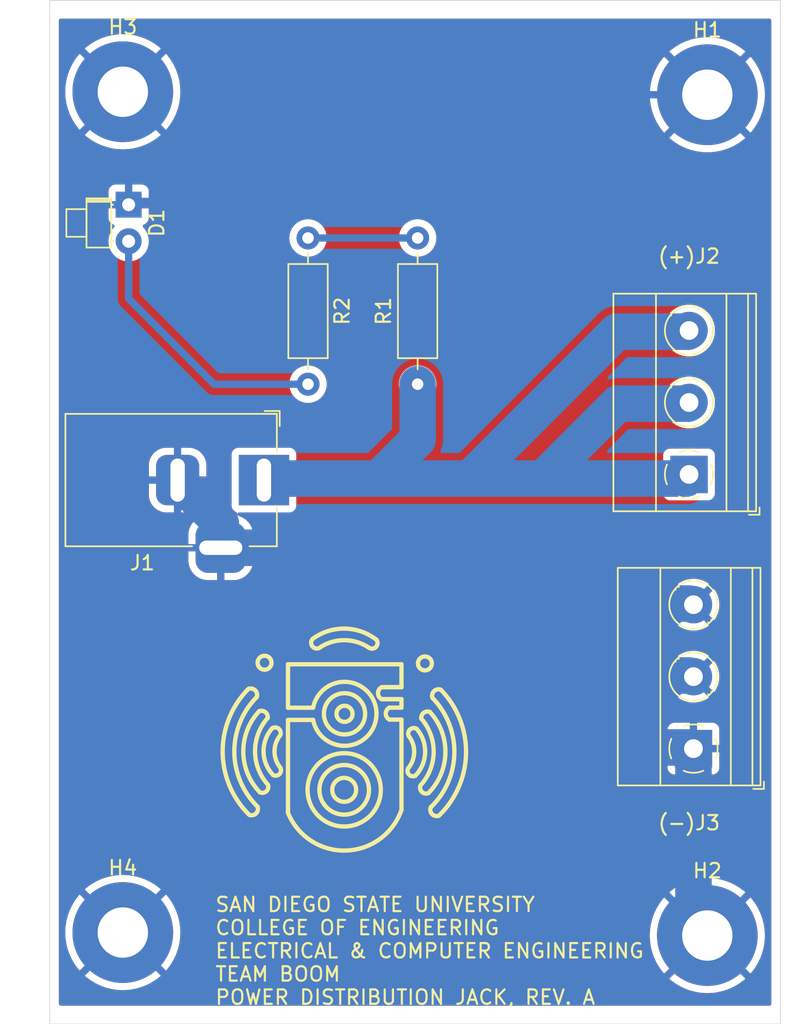
<source format=kicad_pcb>
(kicad_pcb (version 20240108) (generator "pcbnew") (generator_version "8.0")
  (layers (0 "F.Cu" signal) (31 "B.Cu" signal) (34 "B.Paste" user) (35 "F.Paste" user) (36 "B.SilkS" user "B.Silkscreen") (37 "F.SilkS" user "F.Silkscreen") (38 "B.Mask" user) (39 "F.Mask" user) (44 "Edge.Cuts" user))
  (net 0 "")
  (net 1 "Net-(R1-Pad2)")
  (net 2 "18V")
  (net 3 "Net-(D1-A)")
  (net 4 "GND")
  (footprint "MountingHole:MountingHole_3.5mm_Pad" (layer "F.Cu") (at 124.46 130.81)
    (property "Reference" "H4" (at 0 -4.5 0) (layer "F.SilkS"))
    (property "Value" "MountingHole_Pad")
    (pad "1" thru_hole circle (at 0 0) (size 7 7) (drill 3.5) (layers "*.Cu" "*.Mask") (net 4 "GND"))
  )
  (footprint "LED_THT:LED_D1.8mm_W1.8mm_H2.4mm_Horizontal_O1.27mm_Z1.6mm" (layer "F.Cu") (at 124.865 80.237 -90)
    (property "Reference" "D1" (at 1.27 -1.96 90) (layer "F.SilkS"))
    (property "Value" "LED (PWR Indicator)")
    (fp_line (start 0.31 4.33) (end 2.23 4.33) (stroke (width 0.12)) (layer "F.SilkS"))
    (fp_line (start 2.23 4.33) (end 2.23 2.93) (stroke (width 0.12)) (layer "F.SilkS"))
    (fp_line (start -0.44 2.93) (end 2.98 2.93) (stroke (width 0.12)) (layer "F.SilkS"))
    (fp_line (start 0.31 2.93) (end 0.31 4.33) (stroke (width 0.12)) (layer "F.SilkS"))
    (fp_line (start 2.23 2.93) (end 0.31 2.93) (stroke (width 0.12)) (layer "F.SilkS"))
    (fp_line (start 2.98 2.93) (end 2.98 1.21) (stroke (width 0.12)) (layer "F.SilkS"))
    (fp_line (start -0.44 1.21) (end -0.44 2.93) (stroke (width 0.12)) (layer "F.SilkS"))
    (fp_line (start -0.32 1.21) (end -0.32 2.93) (stroke (width 0.12)) (layer "F.SilkS"))
    (fp_line (start -0.2 1.21) (end -0.2 2.93) (stroke (width 0.12)) (layer "F.SilkS"))
    (fp_line (start 0 1.21) (end 0 1.21) (stroke (width 0.12)) (layer "F.SilkS"))
    (fp_line (start 0 1.21) (end 0 1.08) (stroke (width 0.12)) (layer "F.SilkS"))
    (fp_line (start 2.54 1.21) (end 2.54 1.21) (stroke (width 0.12)) (layer "F.SilkS"))
    (fp_line (start 2.54 1.21) (end 2.54 1.08) (stroke (width 0.12)) (layer "F.SilkS"))
    (fp_line (start 2.98 1.21) (end -0.44 1.21) (stroke (width 0.12)) (layer "F.SilkS"))
    (fp_line (start 0 1.08) (end 0 1.21) (stroke (width 0.12)) (layer "F.SilkS"))
    (fp_line (start 0 1.08) (end 0 1.08) (stroke (width 0.12)) (layer "F.SilkS"))
    (fp_line (start 2.54 1.08) (end 2.54 1.21) (stroke (width 0.12)) (layer "F.SilkS"))
    (fp_line (start 2.54 1.08) (end 2.54 1.08) (stroke (width 0.12)) (layer "F.SilkS"))
    (pad "1" thru_hole rect (at 0 0 270) (size 1.8 1.8) (drill 0.9) (layers "*.Cu" "*.Mask") (net 4 "GND"))
    (pad "2" thru_hole circle (at 2.54 0 270) (size 1.8 1.8) (drill 0.9) (layers "*.Cu" "*.Mask") (net 3 "Net-(D1-A)"))
  )
  (footprint "Connector_BarrelJack:BarrelJack_Horizontal" (layer "F.Cu") (at 134.27 99.3725)
    (property "Reference" "J1" (at -8.45 5.75 0) (layer "F.SilkS"))
    (property "Value" "Barrel_Jack_Switch_MountingPin")
    (fp_line (start -13.8 -4.6) (end 0.9 -4.6) (stroke (width 0.12)) (layer "F.SilkS"))
    (fp_line (start -13.8 4.6) (end -13.8 -4.6) (stroke (width 0.12)) (layer "F.SilkS"))
    (fp_line (start -5 4.6) (end -13.8 4.6) (stroke (width 0.12)) (layer "F.SilkS"))
    (fp_line (start 0.05 -4.8) (end 1.1 -4.8) (stroke (width 0.12)) (layer "F.SilkS"))
    (fp_line (start 0.9 -4.6) (end 0.9 -2) (stroke (width 0.12)) (layer "F.SilkS"))
    (fp_line (start 0.9 1.9) (end 0.9 4.6) (stroke (width 0.12)) (layer "F.SilkS"))
    (fp_line (start 0.9 4.6) (end -1 4.6) (stroke (width 0.12)) (layer "F.SilkS"))
    (fp_line (start 1.1 -3.75) (end 1.1 -4.8) (stroke (width 0.12)) (layer "F.SilkS"))
    (pad "1" thru_hole rect (at 0 0) (size 3.5 3.5) (drill oval 1 3) (layers "*.Cu" "*.Mask") (net 2 "18V"))
    (pad "2" thru_hole roundrect (at -6 0) (size 3 3.5) (drill oval 1 3) (layers "*.Cu" "*.Mask") (net 4 "GND"))
    (pad "3" thru_hole roundrect (at -3 4.7) (size 3.5 3.5) (drill oval 3 1) (layers "*.Cu" "*.Mask") (net 4 "GND"))
  )
  (footprint "Resistor_THT:R_Axial_DIN0207_L6.3mm_D2.5mm_P10.16mm_Horizontal" (layer "F.Cu") (at 144.958 92.71 90)
    (property "Reference" "R1" (at 5.08 -2.37 90) (layer "F.SilkS"))
    (property "Value" "500")
    (fp_line (start 8.35 -1.37) (end 1.81 -1.37) (stroke (width 0.12)) (layer "F.SilkS"))
    (fp_line (start 1.81 -1.37) (end 1.81 1.37) (stroke (width 0.12)) (layer "F.SilkS"))
    (fp_line (start 9.12 0) (end 8.35 0) (stroke (width 0.12)) (layer "F.SilkS"))
    (fp_line (start 1.04 0) (end 1.81 0) (stroke (width 0.12)) (layer "F.SilkS"))
    (fp_line (start 8.35 1.37) (end 8.35 -1.37) (stroke (width 0.12)) (layer "F.SilkS"))
    (fp_line (start 1.81 1.37) (end 8.35 1.37) (stroke (width 0.12)) (layer "F.SilkS"))
    (pad "1" thru_hole circle (at 0 0 90) (size 1.6 1.6) (drill 0.8) (layers "*.Cu" "*.Mask") (net 2 "18V"))
    (pad "2" thru_hole oval (at 10.16 0 90) (size 1.6 1.6) (drill 0.8) (layers "*.Cu" "*.Mask") (net 1 "Net-(R1-Pad2)"))
  )
  (footprint "TerminalBlock_Phoenix:TerminalBlock_Phoenix_MKDS-1,5-3_1x03_P5.00mm_Horizontal" (layer "F.Cu") (at 164.135 118.03 90)
    (property "Reference" "(-)J3" (at -5.16 -0.305 0) (layer "F.SilkS"))
    (property "Value" "Screw_Terminal_01x03")
    (fp_line (start 12.56 -5.261) (end 12.56 4.66) (stroke (width 0.12)) (layer "F.SilkS"))
    (fp_line (start -2.56 -5.261) (end 12.56 -5.261) (stroke (width 0.12)) (layer "F.SilkS"))
    (fp_line (start -2.56 -5.261) (end -2.56 4.66) (stroke (width 0.12)) (layer "F.SilkS"))
    (fp_line (start -2.56 -2.301) (end 12.56 -2.301) (stroke (width 0.12)) (layer "F.SilkS"))
    (fp_line (start 11.07 -1.275) (end 11.035 -1.239) (stroke (width 0.12)) (layer "F.SilkS"))
    (fp_line (start 6.07 -1.275) (end 6.035 -1.239) (stroke (width 0.12)) (layer "F.SilkS"))
    (fp_line (start 11.275 -1.069) (end 11.228 -1.023) (stroke (width 0.12)) (layer "F.SilkS"))
    (fp_line (start 6.275 -1.069) (end 6.228 -1.023) (stroke (width 0.12)) (layer "F.SilkS"))
    (fp_line (start 8.773 1.023) (end 8.726 1.069) (stroke (width 0.12)) (layer "F.SilkS"))
    (fp_line (start 3.773 1.023) (end 3.726 1.069) (stroke (width 0.12)) (layer "F.SilkS"))
    (fp_line (start 8.966 1.239) (end 8.931 1.274) (stroke (width 0.12)) (layer "F.SilkS"))
    (fp_line (start 3.966 1.239) (end 3.931 1.274) (stroke (width 0.12)) (layer "F.SilkS"))
    (fp_line (start -2.56 2.6) (end 12.56 2.6) (stroke (width 0.12)) (layer "F.SilkS"))
    (fp_line (start -2.56 4.1) (end 12.56 4.1) (stroke (width 0.12)) (layer "F.SilkS"))
    (fp_line (start -2.8 4.16) (end -2.8 4.9) (stroke (width 0.12)) (layer "F.SilkS"))
    (fp_line (start -2.56 4.66) (end 12.56 4.66) (stroke (width 0.12)) (layer "F.SilkS"))
    (fp_line (start -2.8 4.9) (end -2.3 4.9) (stroke (width 0.12)) (layer "F.SilkS"))
    (fp_arc (start -0.683042 -1.535427) (mid 0.000524 -1.680501) (end 0.684 -1.535) (stroke (width 0.12)) (layer "F.SilkS"))
    (fp_arc (start 1.535427 -0.683042) (mid 1.680501 0.000524) (end 1.535 0.684) (stroke (width 0.12)) (layer "F.SilkS"))
    (fp_arc (start -1.535427 0.683042) (mid -1.680501 -0.000524) (end -1.535 -0.684) (stroke (width 0.12)) (layer "F.SilkS"))
    (fp_arc (start 0.683318 1.534756) (mid 0.349292 1.643288) (end 0 1.68) (stroke (width 0.12)) (layer "F.SilkS"))
    (fp_arc (start 0.028805 1.680253) (mid -0.335551 1.646659) (end -0.684 1.535) (stroke (width 0.12)) (layer "F.SilkS"))
    (fp_circle (center 10 0) (end 11.68 0) (stroke (width 0.12)) (fill none) (layer "F.SilkS"))
    (fp_circle (center 5 0) (end 6.68 0) (stroke (width 0.12)) (fill none) (layer "F.SilkS"))
    (pad "1" thru_hole rect (at 0 0 90) (size 2.6 2.6) (drill 1.3) (layers "*.Cu" "*.Mask") (net 4 "GND"))
    (pad "2" thru_hole circle (at 5 0 90) (size 2.6 2.6) (drill 1.3) (layers "*.Cu" "*.Mask") (net 4 "GND"))
    (pad "3" thru_hole circle (at 10 0 90) (size 2.6 2.6) (drill 1.3) (layers "*.Cu" "*.Mask") (net 4 "GND"))
  )
  (footprint "MountingHole:MountingHole_3.5mm_Pad" (layer "F.Cu") (at 165.1 131.017)
    (property "Reference" "H2" (at 0 -4.5 0) (layer "F.SilkS"))
    (property "Value" "MountingHole_Pad")
    (pad "1" thru_hole circle (at 0 0) (size 7 7) (drill 3.5) (layers "*.Cu" "*.Mask") (net 4 "GND"))
  )
  (footprint "MountingHole:MountingHole_3.5mm_Pad" (layer "F.Cu") (at 165.1 72.597)
    (property "Reference" "H1" (at 0 -4.5 0) (layer "F.SilkS"))
    (property "Value" "MountingHole_Pad")
    (pad "1" thru_hole circle (at 0 0) (size 7 7) (drill 3.5) (layers "*.Cu" "*.Mask") (net 4 "GND"))
  )
  (footprint "MountingHole:MountingHole_3.5mm_Pad" (layer "F.Cu") (at 124.46 72.39)
    (property "Reference" "H3" (at 0 -4.5 0) (layer "F.SilkS"))
    (property "Value" "MountingHole_Pad")
    (pad "1" thru_hole circle (at 0 0) (size 7 7) (drill 3.5) (layers "*.Cu" "*.Mask") (net 4 "GND"))
  )
  (footprint "TerminalBlock_Phoenix:TerminalBlock_Phoenix_MKDS-1,5-3_1x03_P5.00mm_Horizontal" (layer "F.Cu") (at 163.83 98.98 90)
    (property "Reference" "(+)J2" (at 15.16 0 0) (layer "F.SilkS"))
    (property "Value" "Screw_Terminal_01x03")
    (fp_line (start 12.56 -5.261) (end 12.56 4.66) (stroke (width 0.12)) (layer "F.SilkS"))
    (fp_line (start -2.56 -5.261) (end 12.56 -5.261) (stroke (width 0.12)) (layer "F.SilkS"))
    (fp_line (start -2.56 -5.261) (end -2.56 4.66) (stroke (width 0.12)) (layer "F.SilkS"))
    (fp_line (start -2.56 -2.301) (end 12.56 -2.301) (stroke (width 0.12)) (layer "F.SilkS"))
    (fp_line (start 11.07 -1.275) (end 11.035 -1.239) (stroke (width 0.12)) (layer "F.SilkS"))
    (fp_line (start 6.07 -1.275) (end 6.035 -1.239) (stroke (width 0.12)) (layer "F.SilkS"))
    (fp_line (start 11.275 -1.069) (end 11.228 -1.023) (stroke (width 0.12)) (layer "F.SilkS"))
    (fp_line (start 6.275 -1.069) (end 6.228 -1.023) (stroke (width 0.12)) (layer "F.SilkS"))
    (fp_line (start 8.773 1.023) (end 8.726 1.069) (stroke (width 0.12)) (layer "F.SilkS"))
    (fp_line (start 3.773 1.023) (end 3.726 1.069) (stroke (width 0.12)) (layer "F.SilkS"))
    (fp_line (start 8.966 1.239) (end 8.931 1.274) (stroke (width 0.12)) (layer "F.SilkS"))
    (fp_line (start 3.966 1.239) (end 3.931 1.274) (stroke (width 0.12)) (layer "F.SilkS"))
    (fp_line (start -2.56 2.6) (end 12.56 2.6) (stroke (width 0.12)) (layer "F.SilkS"))
    (fp_line (start -2.56 4.1) (end 12.56 4.1) (stroke (width 0.12)) (layer "F.SilkS"))
    (fp_line (start -2.8 4.16) (end -2.8 4.9) (stroke (width 0.12)) (layer "F.SilkS"))
    (fp_line (start -2.56 4.66) (end 12.56 4.66) (stroke (width 0.12)) (layer "F.SilkS"))
    (fp_line (start -2.8 4.9) (end -2.3 4.9) (stroke (width 0.12)) (layer "F.SilkS"))
    (fp_arc (start -0.683042 -1.535427) (mid 0.000524 -1.680501) (end 0.684 -1.535) (stroke (width 0.12)) (layer "F.SilkS"))
    (fp_arc (start 1.535427 -0.683042) (mid 1.680501 0.000524) (end 1.535 0.684) (stroke (width 0.12)) (layer "F.SilkS"))
    (fp_arc (start -1.535427 0.683042) (mid -1.680501 -0.000524) (end -1.535 -0.684) (stroke (width 0.12)) (layer "F.SilkS"))
    (fp_arc (start 0.683318 1.534756) (mid 0.349292 1.643288) (end 0 1.68) (stroke (width 0.12)) (layer "F.SilkS"))
    (fp_arc (start 0.028805 1.680253) (mid -0.335551 1.646659) (end -0.684 1.535) (stroke (width 0.12)) (layer "F.SilkS"))
    (fp_circle (center 10 0) (end 11.68 0) (stroke (width 0.12)) (fill none) (layer "F.SilkS"))
    (fp_circle (center 5 0) (end 6.68 0) (stroke (width 0.12)) (fill none) (layer "F.SilkS"))
    (pad "1" thru_hole rect (at 0 0 90) (size 2.6 2.6) (drill 1.3) (layers "*.Cu" "*.Mask") (net 2 "18V"))
    (pad "2" thru_hole circle (at 5 0 90) (size 2.6 2.6) (drill 1.3) (layers "*.Cu" "*.Mask") (net 2 "18V"))
    (pad "3" thru_hole circle (at 10 0 90) (size 2.6 2.6) (drill 1.3) (layers "*.Cu" "*.Mask") (net 2 "18V"))
  )
  (footprint "Resistor_THT:R_Axial_DIN0207_L6.3mm_D2.5mm_P10.16mm_Horizontal" (layer "F.Cu") (at 137.338 82.55 -90)
    (property "Reference" "R2" (at 5.08 -2.37 90) (layer "F.SilkS"))
    (property "Value" "400")
    (fp_line (start 1.81 1.37) (end 8.35 1.37) (stroke (width 0.12)) (layer "F.SilkS"))
    (fp_line (start 8.35 1.37) (end 8.35 -1.37) (stroke (width 0.12)) (layer "F.SilkS"))
    (fp_line (start 1.04 0) (end 1.81 0) (stroke (width 0.12)) (layer "F.SilkS"))
    (fp_line (start 9.12 0) (end 8.35 0) (stroke (width 0.12)) (layer "F.SilkS"))
    (fp_line (start 1.81 -1.37) (end 1.81 1.37) (stroke (width 0.12)) (layer "F.SilkS"))
    (fp_line (start 8.35 -1.37) (end 1.81 -1.37) (stroke (width 0.12)) (layer "F.SilkS"))
    (pad "1" thru_hole circle (at 0 0 270) (size 1.6 1.6) (drill 0.8) (layers "*.Cu" "*.Mask") (net 1 "Net-(R1-Pad2)"))
    (pad "2" thru_hole oval (at 10.16 0 270) (size 1.6 1.6) (drill 0.8) (layers "*.Cu" "*.Mask") (net 3 "Net-(D1-A)"))
  )
  (gr_circle (center 139.874438 115.612466) (end 141.308326 115.612466) (stroke (width 0.3)) (fill none) (layer "F.SilkS"))
  (gr_circle (center 139.851396 120.894169) (end 142.398021 120.894169) (stroke (width 0.3)) (fill none) (layer "F.SilkS"))
  (gr_line (start 142.46378 113.762593) (end 143.834869 113.762593) (stroke (width 0.3)) (layer "F.SilkS"))
  (gr_circle (center 145.46446 112.111606) (end 145.948337 112.111606) (stroke (width 0.3)) (fill none) (layer "F.SilkS"))
  (gr_line (start 143.834869 113.762593) (end 142.46378 113.762593) (stroke (width 0.3)) (layer "F.SilkS"))
  (gr_line (start 142.46378 114.595541) (end 143.834869 114.595541) (stroke (width 0.3)) (layer "F.SilkS"))
  (gr_line (start 143.834869 116.016019) (end 143.834869 122.289573) (stroke (width 0.3)) (layer "F.SilkS"))
  (gr_arc (start 134.543529 120.531649) (mid 134.451048 120.987585) (end 133.992873 121.068393) (stroke (width 0.3)) (layer "F.SilkS"))
  (gr_arc (start 138.238993 110.95356) (mid 139.886982 110.496576) (end 141.524488 110.989805) (stroke (width 0.3)) (layer "F.SilkS"))
  (gr_arc (start 133.253457 122.633936) (mid 131.402387 118.269175) (end 133.195068 113.880109) (stroke (width 0.3)) (layer "F.SilkS"))
  (gr_line (start 135.94404 112.170587) (end 143.834869 112.170587) (stroke (width 0.3)) (layer "F.SilkS"))
  (gr_arc (start 134.848988 116.615047) (mid 135.312785 116.661003) (end 135.393165 117.120092) (stroke (width 0.3)) (layer "F.SilkS"))
  (gr_arc (start 145.809926 115.484533) (mid 146.888184 118.322408) (end 145.708175 121.119504) (stroke (width 0.3)) (layer "F.SilkS"))
  (gr_line (start 143.834869 112.170587) (end 143.834869 113.762593) (stroke (width 0.3)) (layer "F.SilkS"))
  (gr_line (start 143.834869 115.183071) (end 143.002646 115.183071) (stroke (width 0.3)) (layer "F.SilkS"))
  (gr_line (start 135.94404 115.188097) (end 135.94404 112.170587) (stroke (width 0.3)) (layer "F.SilkS"))
  (gr_arc (start 146.56867 113.938455) (mid 148.322988 118.342995) (end 146.433903 122.691439) (stroke (width 0.3)) (layer "F.SilkS"))
  (gr_arc (start 137.693515 115.188097) (mid 142.096269 115.612375) (end 137.693553 116.03703) (stroke (width 0.3)) (layer "F.SilkS"))
  (gr_arc (start 138.238993 110.95356) (mid 137.677059 110.957332) (end 137.673279 110.395389) (stroke (width 0.3)) (layer "F.SilkS"))
  (gr_arc (start 137.673279 110.395389) (mid 139.897474 109.692712) (end 142.097454 110.467879) (stroke (width 0.3)) (layer "F.SilkS"))
  (gr_circle (center 139.851396 120.894169) (end 141.574367 120.894169) (stroke (width 0.3)) (fill none) (layer "F.SilkS"))
  (gr_circle (center 139.851396 120.894169) (end 140.682197 120.894169) (stroke (width 0.3)) (fill none) (layer "F.SilkS"))
  (gr_line (start 143.002646 116.016019) (end 143.834869 116.016019) (stroke (width 0.3)) (layer "F.SilkS"))
  (gr_arc (start 135.405174 119.342256) (mid 135.357644 119.791391) (end 134.912702 119.868546) (stroke (width 0.3)) (layer "F.SilkS"))
  (gr_line (start 142.46378 114.595541) (end 143.834869 114.595541) (stroke (width 0.3)) (layer "F.SilkS"))
  (gr_arc (start 133.940293 115.432749) (mid 134.371179 115.496334) (end 134.532709 115.900867) (stroke (width 0.3)) (layer "F.SilkS"))
  (gr_arc (start 143.002646 116.016019) (mid 142.742255 115.599548) (end 143.002646 115.183071) (stroke (width 0.3)) (layer "F.SilkS"))
  (gr_arc (start 133.195068 113.880109) (mid 133.66546 113.982514) (end 133.770877 114.452243) (stroke (width 0.3)) (layer "F.SilkS"))
  (gr_arc (start 144.342386 117.159136) (mid 144.426788 116.700776) (end 144.89095 116.658858) (stroke (width 0.3)) (layer "F.SilkS"))
  (gr_arc (start 145.213448 115.947464) (mid 145.378458 115.544367) (end 145.809926 115.484533) (stroke (width 0.3)) (layer "F.SilkS"))
  (gr_arc (start 133.821583 122.054171) (mid 133.726307 122.529018) (end 133.253457 122.633936) (stroke (width 0.3)) (layer "F.SilkS"))
  (gr_arc (start 146.433903 122.691439) (mid 145.961963 122.582451) (end 145.870857 122.106739) (stroke (width 0.3)) (layer "F.SilkS"))
  (gr_arc (start 145.98789 114.505543) (mid 146.097389 114.036711) (end 146.56867 113.938455) (stroke (width 0.3)) (layer "F.SilkS"))
  (gr_line (start 135.94404 116.03703) (end 137.693553 116.03703) (stroke (width 0.3)) (layer "F.SilkS"))
  (gr_arc (start 142.46378 114.595541) (mid 142.20335 114.179057) (end 142.46378 113.762593) (stroke (width 0.3)) (layer "F.SilkS"))
  (gr_line (start 137.693515 115.188097) (end 135.94404 115.188097) (stroke (width 0.3)) (layer "F.SilkS"))
  (gr_arc (start 145.213448 115.947464) (mid 146.072152 118.272502) (end 145.162224 120.577976) (stroke (width 0.3)) (layer "F.SilkS"))
  (gr_arc (start 143.834869 122.289573) (mid 139.958755 125.113609) (end 135.94404 122.490347) (stroke (width 0.3)) (layer "F.SilkS"))
  (gr_arc (start 142.097454 110.467879) (mid 142.041333 110.981797) (end 141.524488 110.989805) (stroke (width 0.3)) (layer "F.SilkS"))
  (gr_arc (start 144.89095 116.658858) (mid 145.479252 118.303227) (end 144.79885 119.911677) (stroke (width 0.3)) (layer "F.SilkS"))
  (gr_arc (start 145.98789 114.505543) (mid 147.511361 118.330499) (end 145.870857 122.106739) (stroke (width 0.3)) (layer "F.SilkS"))
  (gr_arc (start 133.821583 122.054171) (mid 132.214092 118.26376) (end 133.770877 114.452243) (stroke (width 0.3)) (layer "F.SilkS"))
  (gr_arc (start 135.405174 119.342256) (mid 135.008475 118.233285) (end 135.393165 117.120092) (stroke (width 0.3)) (layer "F.SilkS"))
  (gr_circle (center 139.874438 115.612466) (end 140.432956 115.612466) (stroke (width 0.3)) (fill none) (layer "F.SilkS"))
  (gr_line (start 143.834869 114.595541) (end 143.834869 115.183071) (stroke (width 0.3)) (layer "F.SilkS"))
  (gr_arc (start 133.992873 121.068393) (mid 132.837318 118.261107) (end 133.940293 115.432749) (stroke (width 0.3)) (layer "F.SilkS"))
  (gr_line (start 135.94404 122.490347) (end 135.94404 116.03703) (stroke (width 0.3)) (layer "F.SilkS"))
  (gr_arc (start 144.79885 119.911677) (mid 144.354567 119.830591) (end 144.310989 119.381109) (stroke (width 0.3)) (layer "F.SilkS"))
  (gr_arc (start 144.342386 117.159136) (mid 144.717348 118.27564) (end 144.310989 119.381109) (stroke (width 0.3)) (layer "F.SilkS"))
  (gr_arc (start 134.543529 120.531649) (mid 133.653748 118.218325) (end 134.532709 115.900867) (stroke (width 0.3)) (layer "F.SilkS"))
  (gr_arc (start 134.912702 119.868546) (mid 134.246356 118.254222) (end 134.848988 116.615047) (stroke (width 0.3)) (layer "F.SilkS"))
  (gr_arc (start 145.708175 121.119504) (mid 145.250781 121.034716) (end 145.162224 120.577976) (stroke (width 0.3)) (layer "F.SilkS"))
  (gr_circle (center 134.315176 112.062965) (end 134.799053 112.062965) (stroke (width 0.3)) (fill none) (layer "F.SilkS"))
  (gr_rect (start 119.38 66.04) (end 170.18 137.16) (stroke (width 0.05)) (fill none) (layer "Edge.Cuts"))
  (gr_text "SAN DIEGO STATE UNIVERSITY\nCOLLEGE OF ENGINEERING\nELECTRICAL & COMPUTER ENGINEERING\nTEAM BOOM\nPOWER DISTRIBUTION JACK, REV. A" (at 130.81 135.89 0) (layer "F.SilkS") (effects (font (size 1 1)) (justify left bottom)))
  (segment (start 137.338 82.55) (end 144.958 82.55) (width 0.508) (layer "B.Cu") (net 1))
  (segment (start 134.3755 99.267) (end 134.27 99.3725) (width 0.508) (layer "B.Cu") (net 2))
  (segment (start 163.623 99.267) (end 163.83 99.06) (width 2.54) (layer "B.Cu") (net 2))
  (segment (start 142.24 99.267) (end 144.958 96.549) (width 2.54) (layer "B.Cu") (net 2))
  (segment (start 163.543 99.267) (end 163.83 98.98) (width 0.508) (layer "B.Cu") (net 2))
  (segment (start 144.958 96.549) (end 144.958 92.71) (width 2.54) (layer "B.Cu") (net 2))
  (segment (start 142.24 99.267) (end 134.3755 99.267) (width 2.54) (layer "B.Cu") (net 2))
  (segment (start 144.78 99.267) (end 142.24 99.267) (width 2.54) (layer "B.Cu") (net 2))
  (segment (start 148.59 99.267) (end 153.67 99.267) (width 2.54) (layer "B.Cu") (net 2))
  (segment (start 163.75 89.06) (end 163.83 88.98) (width 2.54) (layer "B.Cu") (net 2))
  (segment (start 158.877 94.06) (end 153.67 99.267) (width 2.54) (layer "B.Cu") (net 2))
  (segment (start 158.797 89.06) (end 148.59 99.267) (width 2.54) (layer "B.Cu") (net 2))
  (segment (start 163.75 94.06) (end 163.83 93.98) (width 2.54) (layer "B.Cu") (net 2))
  (segment (start 153.67 99.267) (end 163.543 99.267) (width 2.54) (layer "B.Cu") (net 2))
  (segment (start 158.797 89.06) (end 163.75 89.06) (width 2.54) (layer "B.Cu") (net 2))
  (segment (start 144.78 99.267) (end 148.59 99.267) (width 2.54) (layer "B.Cu") (net 2))
  (segment (start 158.877 94.06) (end 163.75 94.06) (width 2.54) (layer "B.Cu") (net 2))
  (segment (start 124.865 86.765) (end 124.865 82.777) (width 0.508) (layer "B.Cu") (net 3))
  (segment (start 130.81 92.71) (end 137.338 92.71) (width 0.508) (layer "B.Cu") (net 3))
  (segment (start 130.81 92.71) (end 124.865 86.765) (width 0.508) (layer "B.Cu") (net 3))
  (segment (start 131.27 104.0725) (end 143.51 104.0725) (width 2.54) (layer "B.Cu") (net 4))
  (segment (start 143.51 105.41) (end 156.05 117.95) (width 2.54) (layer "B.Cu") (net 4))
  (segment (start 133.35 76.2) (end 129.54 80.01) (width 0.508) (layer "B.Cu") (net 4))
  (segment (start 148.59 105.41) (end 156.13 112.95) (width 2.54) (layer "B.Cu") (net 4))
  (segment (start 158.543 72.597) (end 165.1 72.597) (width 0.508) (layer "B.Cu") (net 4))
  (segment (start 156.13 112.95) (end 163.83 112.95) (width 2.54) (layer "B.Cu") (net 4))
  (segment (start 143.51 104.0725) (end 143.51 105.41) (width 2.54) (layer "B.Cu") (net 4))
  (segment (start 156.21 107.95) (end 163.83 107.95) (width 2.54) (layer "B.Cu") (net 4))
  (segment (start 156.05 117.95) (end 163.83 117.95) (width 2.54) (layer "B.Cu") (net 4))
  (segment (start 128.27 99.3725) (end 131.27 102.3725) (width 2.54) (layer "B.Cu") (net 4))
  (segment (start 164.135 118.03) (end 164.135 130.052) (width 2.54) (layer "B.Cu") (net 4))
  (segment (start 158.543 72.597) (end 154.94 76.2) (width 0.508) (layer "B.Cu") (net 4))
  (segment (start 152.3325 104.0725) (end 156.21 107.95) (width 2.54) (layer "B.Cu") (net 4))
  (segment (start 148.59 104.0725) (end 148.59 105.41) (width 2.54) (layer "B.Cu") (net 4))
  (segment (start 125.092 80.01) (end 124.865 80.237) (width 0.508) (layer "B.Cu") (net 4))
  (segment (start 154.94 76.2) (end 133.35 76.2) (width 0.508) (layer "B.Cu") (net 4))
  (segment (start 131.27 102.3725) (end 131.27 104.0725) (width 2.54) (layer "B.Cu") (net 4))
  (segment (start 129.54 80.01) (end 125.092 80.01) (width 0.508) (layer "B.Cu") (net 4))
  (segment (start 164.135 130.052) (end 165.1 131.017) (width 2.54) (layer "B.Cu") (net 4))
  (segment (start 148.59 104.0725) (end 152.3325 104.0725) (width 2.54) (layer "B.Cu") (net 4))
  (segment (start 143.51 104.0725) (end 148.59 104.0725) (width 2.54) (layer "B.Cu") (net 4))
  (zone (net 4) (net_name "GND") (layer "F.Cu") (priority 1) (connect_pads (clearance 0.5)) (min_thickness 0.25) (fill yes (thermal_gap 0.5) (thermal_bridge_width 0.5) (island_removal_mode 1) (island_area_min 9.999999))
    (polygon (pts (xy 120.015 67.31) (xy 169.545 67.31) (xy 169.545 135.89) (xy 120.015 135.89)))
  )
  (zone (net 4) (net_name "GND") (layer "B.Cu") (connect_pads (clearance 0.5)) (min_thickness 0.25) (fill yes (thermal_gap 0.5) (thermal_bridge_width 0.5) (island_removal_mode 1) (island_area_min 9.999999))
    (polygon (pts (xy 120.015 67.31) (xy 169.545 67.31) (xy 169.545 135.89) (xy 120.015 135.89)))
  )
)
</source>
